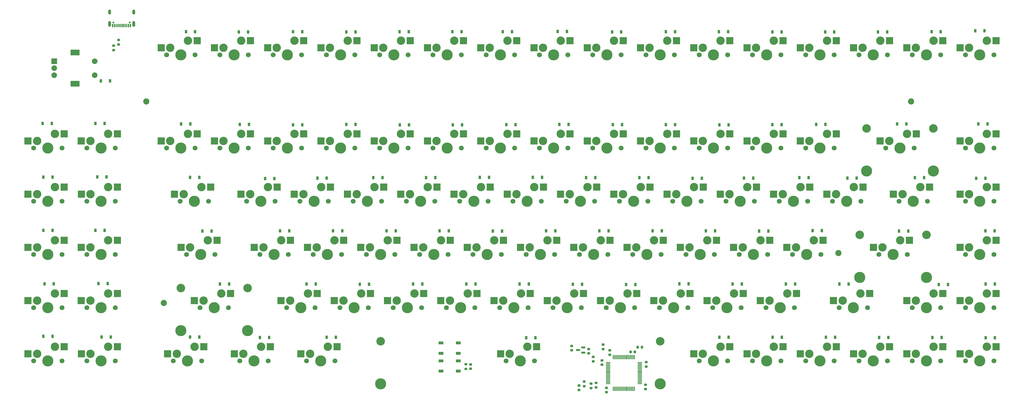
<source format=gbr>
%TF.GenerationSoftware,KiCad,Pcbnew,(6.0.11)*%
%TF.CreationDate,2023-03-01T00:12:33+07:00*%
%TF.ProjectId,Extero75,45787465-726f-4373-952e-6b696361645f,rev?*%
%TF.SameCoordinates,PX23b22f0PYc57ca40*%
%TF.FileFunction,Soldermask,Bot*%
%TF.FilePolarity,Negative*%
%FSLAX46Y46*%
G04 Gerber Fmt 4.6, Leading zero omitted, Abs format (unit mm)*
G04 Created by KiCad (PCBNEW (6.0.11)) date 2023-03-01 00:12:33*
%MOMM*%
%LPD*%
G01*
G04 APERTURE LIST*
G04 Aperture macros list*
%AMRoundRect*
0 Rectangle with rounded corners*
0 $1 Rounding radius*
0 $2 $3 $4 $5 $6 $7 $8 $9 X,Y pos of 4 corners*
0 Add a 4 corners polygon primitive as box body*
4,1,4,$2,$3,$4,$5,$6,$7,$8,$9,$2,$3,0*
0 Add four circle primitives for the rounded corners*
1,1,$1+$1,$2,$3*
1,1,$1+$1,$4,$5*
1,1,$1+$1,$6,$7*
1,1,$1+$1,$8,$9*
0 Add four rect primitives between the rounded corners*
20,1,$1+$1,$2,$3,$4,$5,0*
20,1,$1+$1,$4,$5,$6,$7,0*
20,1,$1+$1,$6,$7,$8,$9,0*
20,1,$1+$1,$8,$9,$2,$3,0*%
G04 Aperture macros list end*
%ADD10C,3.000000*%
%ADD11C,1.750000*%
%ADD12C,3.987800*%
%ADD13R,2.550000X2.500000*%
%ADD14C,3.048000*%
%ADD15C,2.200000*%
%ADD16R,2.000000X2.000000*%
%ADD17C,2.000000*%
%ADD18R,3.200000X2.000000*%
%ADD19R,0.900000X1.200000*%
%ADD20RoundRect,0.225000X-0.250000X0.225000X-0.250000X-0.225000X0.250000X-0.225000X0.250000X0.225000X0*%
%ADD21RoundRect,0.225000X0.250000X-0.225000X0.250000X0.225000X-0.250000X0.225000X-0.250000X-0.225000X0*%
%ADD22RoundRect,0.200000X-0.275000X0.200000X-0.275000X-0.200000X0.275000X-0.200000X0.275000X0.200000X0*%
%ADD23C,0.650000*%
%ADD24R,0.600000X1.150000*%
%ADD25R,0.300000X1.150000*%
%ADD26O,1.000000X1.800000*%
%ADD27O,1.000000X2.100000*%
%ADD28RoundRect,0.225000X0.225000X0.250000X-0.225000X0.250000X-0.225000X-0.250000X0.225000X-0.250000X0*%
%ADD29R,1.800000X1.100000*%
%ADD30RoundRect,0.150000X0.587500X0.150000X-0.587500X0.150000X-0.587500X-0.150000X0.587500X-0.150000X0*%
%ADD31RoundRect,0.075000X-0.075000X0.700000X-0.075000X-0.700000X0.075000X-0.700000X0.075000X0.700000X0*%
%ADD32RoundRect,0.075000X-0.700000X0.075000X-0.700000X-0.075000X0.700000X-0.075000X0.700000X0.075000X0*%
%ADD33RoundRect,0.200000X0.275000X-0.200000X0.275000X0.200000X-0.275000X0.200000X-0.275000X-0.200000X0*%
G04 APERTURE END LIST*
D10*
%TO.C,Num3*%
X115255000Y97775000D03*
D11*
X124145000Y95235000D03*
D10*
X121605000Y100315000D03*
D11*
X113985000Y95235000D03*
D12*
X119065000Y95235000D03*
D13*
X111980000Y97775000D03*
X124907000Y100315000D03*
%TD*%
D11*
%TO.C,FNKEY1*%
X276545000Y19035000D03*
D12*
X271465000Y19035000D03*
D10*
X274005000Y24115000D03*
X267655000Y21575000D03*
D11*
X266385000Y19035000D03*
D13*
X264380000Y21575000D03*
X277307000Y24115000D03*
%TD*%
D12*
%TO.C,F2*%
X100015000Y128572500D03*
D10*
X102555000Y133652500D03*
X96205000Y131112500D03*
D11*
X105095000Y128572500D03*
X94935000Y128572500D03*
D13*
X92930000Y131112500D03*
X105857000Y133652500D03*
%TD*%
D11*
%TO.C,F5*%
X162245000Y128572500D03*
D10*
X153355000Y131112500D03*
X159705000Y133652500D03*
D11*
X152085000Y128572500D03*
D12*
X157165000Y128572500D03*
D13*
X150080000Y131112500D03*
X163007000Y133652500D03*
%TD*%
D10*
%TO.C,G1*%
X173992500Y62215000D03*
X167642500Y59675000D03*
D12*
X171452500Y57135000D03*
D11*
X176532500Y57135000D03*
X166372500Y57135000D03*
D13*
X164367500Y59675000D03*
X177294500Y62215000D03*
%TD*%
D11*
%TO.C,EXTRA6*%
X28260000Y95235000D03*
X38420000Y95235000D03*
D10*
X29530000Y97775000D03*
X35880000Y100315000D03*
D12*
X33340000Y95235000D03*
D13*
X26255000Y97775000D03*
X39182000Y100315000D03*
%TD*%
D10*
%TO.C,L1*%
X243842500Y59675000D03*
D11*
X242572500Y57135000D03*
D12*
X247652500Y57135000D03*
D10*
X250192500Y62215000D03*
D11*
X252732500Y57135000D03*
D13*
X240567500Y59675000D03*
X253494500Y62215000D03*
%TD*%
D12*
%TO.C,Num7*%
X195265000Y95235000D03*
D11*
X190185000Y95235000D03*
D10*
X197805000Y100315000D03*
D11*
X200345000Y95235000D03*
D10*
X191455000Y97775000D03*
D13*
X188180000Y97775000D03*
X201107000Y100315000D03*
%TD*%
D10*
%TO.C,MinusSign1*%
X274005000Y100315000D03*
X267655000Y97775000D03*
D12*
X271465000Y95235000D03*
D11*
X276545000Y95235000D03*
X266385000Y95235000D03*
D13*
X264380000Y97775000D03*
X277307000Y100315000D03*
%TD*%
D11*
%TO.C,EXTRA8*%
X38420000Y57135000D03*
X28260000Y57135000D03*
D10*
X35880000Y62215000D03*
D12*
X33340000Y57135000D03*
D10*
X29530000Y59675000D03*
D13*
X26255000Y59675000D03*
X39182000Y62215000D03*
%TD*%
D11*
%TO.C,K1*%
X223522500Y57135000D03*
X233682500Y57135000D03*
D12*
X228602500Y57135000D03*
D10*
X231142500Y62215000D03*
X224792500Y59675000D03*
D13*
X221517500Y59675000D03*
X234444500Y62215000D03*
%TD*%
D11*
%TO.C,EXTRA9*%
X38420000Y38085000D03*
X28260000Y38085000D03*
D12*
X33340000Y38085000D03*
D10*
X35880000Y43165000D03*
X29530000Y40625000D03*
D13*
X26255000Y40625000D03*
X39182000Y43165000D03*
%TD*%
D11*
%TO.C,I1*%
X218760000Y76185000D03*
D10*
X226380000Y81265000D03*
D12*
X223840000Y76185000D03*
D10*
X220030000Y78725000D03*
D11*
X228920000Y76185000D03*
D13*
X216755000Y78725000D03*
X229682000Y81265000D03*
%TD*%
D11*
%TO.C,WINDOWSKEY1*%
X83010000Y19035000D03*
X93170000Y19035000D03*
D10*
X90630000Y24115000D03*
D12*
X88090000Y19035000D03*
D10*
X84280000Y21575000D03*
D13*
X81005000Y21575000D03*
X93932000Y24115000D03*
%TD*%
D10*
%TO.C,Num8*%
X216855000Y100315000D03*
X210505000Y97775000D03*
D11*
X209235000Y95235000D03*
X219395000Y95235000D03*
D12*
X214315000Y95235000D03*
D13*
X207230000Y97775000D03*
X220157000Y100315000D03*
%TD*%
D11*
%TO.C,E1*%
X123510000Y76185000D03*
D10*
X131130000Y81265000D03*
X124780000Y78725000D03*
D12*
X128590000Y76185000D03*
D11*
X133670000Y76185000D03*
D13*
X121505000Y78725000D03*
X134432000Y81265000D03*
%TD*%
D10*
%TO.C,Num2*%
X102555000Y100315000D03*
X96205000Y97775000D03*
D12*
X100015000Y95235000D03*
D11*
X94935000Y95235000D03*
X105095000Y95235000D03*
D13*
X92930000Y97775000D03*
X105857000Y100315000D03*
%TD*%
D11*
%TO.C,Q1*%
X85410000Y76185000D03*
D12*
X90490000Y76185000D03*
D11*
X95570000Y76185000D03*
D10*
X86680000Y78725000D03*
X93030000Y81265000D03*
D13*
X83405000Y78725000D03*
X96332000Y81265000D03*
%TD*%
D11*
%TO.C,Jkey1*%
X204472500Y57135000D03*
D10*
X212092500Y62215000D03*
D11*
X214632500Y57135000D03*
D10*
X205742500Y59675000D03*
D12*
X209552500Y57135000D03*
D13*
X202467500Y59675000D03*
X215394500Y62215000D03*
%TD*%
D10*
%TO.C,EXTRA5*%
X10480000Y21575000D03*
D11*
X9210000Y19035000D03*
D10*
X16830000Y24115000D03*
D11*
X19370000Y19035000D03*
D12*
X14290000Y19035000D03*
D13*
X7205000Y21575000D03*
X20132000Y24115000D03*
%TD*%
D11*
%TO.C,U2*%
X209870000Y76185000D03*
D10*
X200980000Y78725000D03*
D11*
X199710000Y76185000D03*
D10*
X207330000Y81265000D03*
D12*
X204790000Y76185000D03*
D13*
X197705000Y78725000D03*
X210632000Y81265000D03*
%TD*%
D11*
%TO.C,T1*%
X161610000Y76185000D03*
D10*
X169230000Y81265000D03*
D12*
X166690000Y76185000D03*
D10*
X162880000Y78725000D03*
D11*
X171770000Y76185000D03*
D13*
X159605000Y78725000D03*
X172532000Y81265000D03*
%TD*%
D11*
%TO.C,ESC1*%
X66995000Y128572500D03*
D10*
X58105000Y131112500D03*
D11*
X56835000Y128572500D03*
D10*
X64455000Y133652500D03*
D12*
X61915000Y128572500D03*
D13*
X54830000Y131112500D03*
X67757000Y133652500D03*
%TD*%
D10*
%TO.C,F4*%
X134305000Y131112500D03*
D11*
X133035000Y128572500D03*
X143195000Y128572500D03*
D10*
X140655000Y133652500D03*
D12*
X138115000Y128572500D03*
D13*
X131030000Y131112500D03*
X143957000Y133652500D03*
%TD*%
D12*
%TO.C,EXTRA3*%
X14290000Y57135000D03*
D10*
X16830000Y62215000D03*
D11*
X9210000Y57135000D03*
D10*
X10480000Y59675000D03*
D11*
X19370000Y57135000D03*
D13*
X7205000Y59675000D03*
X20132000Y62215000D03*
%TD*%
D10*
%TO.C,PRTSC1*%
X331155000Y133652500D03*
X324805000Y131112500D03*
D12*
X328615000Y128572500D03*
D11*
X333695000Y128572500D03*
X323535000Y128572500D03*
D13*
X321530000Y131112500D03*
X334457000Y133652500D03*
%TD*%
D10*
%TO.C,F6*%
X172405000Y131112500D03*
D11*
X171135000Y128572500D03*
D10*
X178755000Y133652500D03*
D12*
X176215000Y128572500D03*
D11*
X181295000Y128572500D03*
D13*
X169130000Y131112500D03*
X182057000Y133652500D03*
%TD*%
D12*
%TO.C,Num1*%
X80965000Y95235000D03*
D10*
X77155000Y97775000D03*
D11*
X75885000Y95235000D03*
D10*
X83505000Y100315000D03*
D11*
X86045000Y95235000D03*
D13*
X73880000Y97775000D03*
X86807000Y100315000D03*
%TD*%
D11*
%TO.C,F8*%
X209235000Y128572500D03*
D10*
X216855000Y133652500D03*
D11*
X219395000Y128572500D03*
D12*
X214315000Y128572500D03*
D10*
X210505000Y131112500D03*
D13*
X207230000Y131112500D03*
X220157000Y133652500D03*
%TD*%
D10*
%TO.C,RIGHTALT1*%
X248605000Y21575000D03*
D11*
X247335000Y19035000D03*
X257495000Y19035000D03*
D12*
X252415000Y19035000D03*
D10*
X254955000Y24115000D03*
D13*
X245330000Y21575000D03*
X258257000Y24115000D03*
%TD*%
D10*
%TO.C,EqualSign1*%
X293055000Y100315000D03*
X286705000Y97775000D03*
D11*
X295595000Y95235000D03*
X285435000Y95235000D03*
D12*
X290515000Y95235000D03*
D13*
X283430000Y97775000D03*
X296357000Y100315000D03*
%TD*%
D11*
%TO.C,M1*%
X213997500Y38085000D03*
D10*
X215267500Y40625000D03*
D11*
X224157500Y38085000D03*
D10*
X221617500Y43165000D03*
D12*
X219077500Y38085000D03*
D13*
X211992500Y40625000D03*
X224919500Y43165000D03*
%TD*%
D10*
%TO.C,Dkey1*%
X135892500Y62215000D03*
D12*
X133352500Y57135000D03*
D10*
X129542500Y59675000D03*
D11*
X128272500Y57135000D03*
X138432500Y57135000D03*
D13*
X126267500Y59675000D03*
X139194500Y62215000D03*
%TD*%
D11*
%TO.C,F7*%
X200345000Y128572500D03*
X190185000Y128572500D03*
D10*
X191455000Y131112500D03*
X197805000Y133652500D03*
D12*
X195265000Y128572500D03*
D13*
X188180000Y131112500D03*
X201107000Y133652500D03*
%TD*%
D11*
%TO.C,A1*%
X90172500Y57135000D03*
D10*
X91442500Y59675000D03*
D11*
X100332500Y57135000D03*
D12*
X95252500Y57135000D03*
D10*
X97792500Y62215000D03*
D13*
X88167500Y59675000D03*
X101094500Y62215000D03*
%TD*%
D10*
%TO.C,O1*%
X245430000Y81265000D03*
X239080000Y78725000D03*
D11*
X237810000Y76185000D03*
D12*
X242890000Y76185000D03*
D11*
X247970000Y76185000D03*
D13*
X235805000Y78725000D03*
X248732000Y81265000D03*
%TD*%
D10*
%TO.C,LEFTCTRL1*%
X66817500Y24115000D03*
D11*
X59197500Y19035000D03*
D10*
X60467500Y21575000D03*
D11*
X69357500Y19035000D03*
D12*
X64277500Y19035000D03*
D13*
X57192500Y21575000D03*
X70119500Y24115000D03*
%TD*%
D12*
%TO.C,SPACEBAR1*%
X183340000Y19035000D03*
X233339900Y10780000D03*
D10*
X179530000Y21575000D03*
D11*
X188420000Y19035000D03*
X178260000Y19035000D03*
D14*
X233339900Y26020000D03*
X133340100Y26020000D03*
D10*
X185880000Y24115000D03*
D12*
X133340100Y10780000D03*
D13*
X176255000Y21575000D03*
X189182000Y24115000D03*
%TD*%
D15*
%TO.C,H3*%
X55830000Y39720000D03*
%TD*%
D12*
%TO.C,P1*%
X261940000Y76185000D03*
D11*
X267020000Y76185000D03*
X256860000Y76185000D03*
D10*
X258130000Y78725000D03*
X264480000Y81265000D03*
D13*
X254855000Y78725000D03*
X267782000Y81265000D03*
%TD*%
D10*
%TO.C,Quote1*%
X281942500Y59675000D03*
D11*
X290832500Y57135000D03*
D10*
X288292500Y62215000D03*
D12*
X285752500Y57135000D03*
D11*
X280672500Y57135000D03*
D13*
X278667500Y59675000D03*
X291594500Y62215000D03*
%TD*%
D10*
%TO.C,Fkey1*%
X154942500Y62215000D03*
D11*
X147322500Y57135000D03*
X157482500Y57135000D03*
D12*
X152402500Y57135000D03*
D10*
X148592500Y59675000D03*
D13*
X145317500Y59675000D03*
X158244500Y62215000D03*
%TD*%
D10*
%TO.C,RIGHTCONTROL1*%
X286705000Y21575000D03*
D11*
X285435000Y19035000D03*
D10*
X293055000Y24115000D03*
D12*
X290515000Y19035000D03*
D11*
X295595000Y19035000D03*
D13*
X283430000Y21575000D03*
X296357000Y24115000D03*
%TD*%
D12*
%TO.C,F10*%
X252415000Y128572500D03*
D10*
X248605000Y131112500D03*
D11*
X257495000Y128572500D03*
D10*
X254955000Y133652500D03*
D11*
X247335000Y128572500D03*
D13*
X245330000Y131112500D03*
X258257000Y133652500D03*
%TD*%
D11*
%TO.C,Ckey1*%
X137797500Y38085000D03*
D12*
X142877500Y38085000D03*
D10*
X139067500Y40625000D03*
X145417500Y43165000D03*
D11*
X147957500Y38085000D03*
D13*
X135792500Y40625000D03*
X148719500Y43165000D03*
%TD*%
D10*
%TO.C,Ins1*%
X312105000Y133652500D03*
X305755000Y131112500D03*
D12*
X309565000Y128572500D03*
D11*
X304485000Y128572500D03*
X314645000Y128572500D03*
D13*
X302480000Y131112500D03*
X315407000Y133652500D03*
%TD*%
D10*
%TO.C,N1*%
X202567500Y43165000D03*
D12*
X200027500Y38085000D03*
D10*
X196217500Y40625000D03*
D11*
X194947500Y38085000D03*
X205107500Y38085000D03*
D13*
X192942500Y40625000D03*
X205869500Y43165000D03*
%TD*%
D11*
%TO.C,EXTRA2*%
X9210000Y76185000D03*
D12*
X14290000Y76185000D03*
D11*
X19370000Y76185000D03*
D10*
X16830000Y81265000D03*
X10480000Y78725000D03*
D13*
X7205000Y78725000D03*
X20132000Y81265000D03*
%TD*%
D10*
%TO.C,EXTRA4*%
X16830000Y43165000D03*
D12*
X14290000Y38085000D03*
D10*
X10480000Y40625000D03*
D11*
X9210000Y38085000D03*
X19370000Y38085000D03*
D13*
X7205000Y40625000D03*
X20132000Y43165000D03*
%TD*%
D12*
%TO.C,LEFTALT1*%
X111902500Y19035000D03*
D10*
X114442500Y24115000D03*
D11*
X106822500Y19035000D03*
D10*
X108092500Y21575000D03*
D11*
X116982500Y19035000D03*
D13*
X104817500Y21575000D03*
X117744500Y24115000D03*
%TD*%
D10*
%TO.C,LEFTARROW1*%
X312105000Y24115000D03*
D11*
X314645000Y19035000D03*
D12*
X309565000Y19035000D03*
D11*
X304485000Y19035000D03*
D10*
X305755000Y21575000D03*
D13*
X302480000Y21575000D03*
X315407000Y24115000D03*
%TD*%
D11*
%TO.C,CloseBracket1*%
X294960000Y76185000D03*
D10*
X296230000Y78725000D03*
D12*
X300040000Y76185000D03*
D10*
X302580000Y81265000D03*
D11*
X305120000Y76185000D03*
D13*
X292955000Y78725000D03*
X305882000Y81265000D03*
%TD*%
D10*
%TO.C,Num9*%
X235905000Y100315000D03*
D11*
X228285000Y95235000D03*
D10*
X229555000Y97775000D03*
D12*
X233365000Y95235000D03*
D11*
X238445000Y95235000D03*
D13*
X226280000Y97775000D03*
X239207000Y100315000D03*
%TD*%
D12*
%TO.C,F9*%
X233365000Y128572500D03*
D11*
X228285000Y128572500D03*
D10*
X235905000Y133652500D03*
X229555000Y131112500D03*
D11*
X238445000Y128572500D03*
D13*
X226280000Y131112500D03*
X239207000Y133652500D03*
%TD*%
D10*
%TO.C,X1*%
X126367500Y43165000D03*
D11*
X128907500Y38085000D03*
X118747500Y38085000D03*
D10*
X120017500Y40625000D03*
D12*
X123827500Y38085000D03*
D13*
X116742500Y40625000D03*
X129669500Y43165000D03*
%TD*%
D10*
%TO.C,Num6*%
X172405000Y97775000D03*
D12*
X176215000Y95235000D03*
D10*
X178755000Y100315000D03*
D11*
X171135000Y95235000D03*
X181295000Y95235000D03*
D13*
X169130000Y97775000D03*
X182057000Y100315000D03*
%TD*%
D11*
%TO.C,Num5*%
X152085000Y95235000D03*
D12*
X157165000Y95235000D03*
D11*
X162245000Y95235000D03*
D10*
X159705000Y100315000D03*
X153355000Y97775000D03*
D13*
X150080000Y97775000D03*
X163007000Y100315000D03*
%TD*%
D10*
%TO.C,Slash1*%
X326392500Y81265000D03*
D12*
X323852500Y76185000D03*
D11*
X318772500Y76185000D03*
D10*
X320042500Y78725000D03*
D11*
X328932500Y76185000D03*
D13*
X316767500Y78725000D03*
X329694500Y81265000D03*
%TD*%
D10*
%TO.C,Num0*%
X248605000Y97775000D03*
D11*
X257495000Y95235000D03*
D12*
X252415000Y95235000D03*
D11*
X247335000Y95235000D03*
D10*
X254955000Y100315000D03*
D13*
X245330000Y97775000D03*
X258257000Y100315000D03*
%TD*%
D15*
%TO.C,H2*%
X49540000Y111900000D03*
%TD*%
D12*
%TO.C,B1*%
X180977500Y38085000D03*
D10*
X177167500Y40625000D03*
D11*
X175897500Y38085000D03*
D10*
X183517500Y43165000D03*
D11*
X186057500Y38085000D03*
D13*
X173892500Y40625000D03*
X186819500Y43165000D03*
%TD*%
D10*
%TO.C,Z1*%
X100967500Y40625000D03*
D11*
X109857500Y38085000D03*
X99697500Y38085000D03*
D12*
X104777500Y38085000D03*
D10*
X107317500Y43165000D03*
D13*
X97692500Y40625000D03*
X110619500Y43165000D03*
%TD*%
D10*
%TO.C,DOWNARROW1*%
X324805000Y21575000D03*
X331155000Y24115000D03*
D11*
X323535000Y19035000D03*
D12*
X328615000Y19035000D03*
D11*
X333695000Y19035000D03*
D13*
X321530000Y21575000D03*
X334457000Y24115000D03*
%TD*%
D11*
%TO.C,PgUp1*%
X342585000Y57135000D03*
D10*
X343855000Y59675000D03*
D12*
X347665000Y57135000D03*
D11*
X352745000Y57135000D03*
D10*
X350205000Y62215000D03*
D13*
X340580000Y59675000D03*
X353507000Y62215000D03*
%TD*%
D11*
%TO.C,Backspace1*%
X314010000Y95235000D03*
D14*
X331028000Y102220000D03*
D10*
X315280000Y97775000D03*
D12*
X319090000Y95235000D03*
D10*
X321630000Y100315000D03*
D11*
X324170000Y95235000D03*
D12*
X331028000Y86980000D03*
X307152000Y86980000D03*
D14*
X307152000Y102220000D03*
D13*
X312005000Y97775000D03*
X324932000Y100315000D03*
%TD*%
D10*
%TO.C,QuestionMark1*%
X272417500Y40625000D03*
D12*
X276227500Y38085000D03*
D10*
X278767500Y43165000D03*
D11*
X271147500Y38085000D03*
X281307500Y38085000D03*
D13*
X269142500Y40625000D03*
X282069500Y43165000D03*
%TD*%
D11*
%TO.C,RIGHTARROW1*%
X342585000Y19035000D03*
X352745000Y19035000D03*
D10*
X343855000Y21575000D03*
X350205000Y24115000D03*
D12*
X347665000Y19035000D03*
D13*
X340580000Y21575000D03*
X353507000Y24115000D03*
%TD*%
D16*
%TO.C,SW3*%
X16565000Y126310000D03*
D17*
X16565000Y121310000D03*
X16565000Y123810000D03*
D18*
X24065000Y129410000D03*
X24065000Y118210000D03*
D17*
X31065000Y121310000D03*
X31065000Y126310000D03*
%TD*%
D12*
%TO.C,Tab1*%
X66677500Y76185000D03*
D10*
X69217500Y81265000D03*
X62867500Y78725000D03*
D11*
X71757500Y76185000D03*
X61597500Y76185000D03*
D13*
X59592500Y78725000D03*
X72519500Y81265000D03*
%TD*%
D12*
%TO.C,Semicolon1*%
X266702500Y57135000D03*
D11*
X261622500Y57135000D03*
D10*
X262892500Y59675000D03*
X269242500Y62215000D03*
D11*
X271782500Y57135000D03*
D13*
X259617500Y59675000D03*
X272544500Y62215000D03*
%TD*%
D11*
%TO.C,V1*%
X167007500Y38085000D03*
D10*
X158117500Y40625000D03*
D12*
X161927500Y38085000D03*
D10*
X164467500Y43165000D03*
D11*
X156847500Y38085000D03*
D13*
X154842500Y40625000D03*
X167769500Y43165000D03*
%TD*%
D12*
%TO.C,End1*%
X347665000Y76185000D03*
D11*
X342585000Y76185000D03*
D10*
X343855000Y78725000D03*
D11*
X352745000Y76185000D03*
D10*
X350205000Y81265000D03*
D13*
X340580000Y78725000D03*
X353507000Y81265000D03*
%TD*%
D11*
%TO.C,Matilda1*%
X66995000Y95235000D03*
D10*
X64455000Y100315000D03*
D11*
X56835000Y95235000D03*
D10*
X58105000Y97775000D03*
D12*
X61915000Y95235000D03*
D13*
X54830000Y97775000D03*
X67757000Y100315000D03*
%TD*%
D12*
%TO.C,PgDn1*%
X347665000Y38085000D03*
D10*
X350205000Y43165000D03*
D11*
X352745000Y38085000D03*
X342585000Y38085000D03*
D10*
X343855000Y40625000D03*
D13*
X340580000Y40625000D03*
X353507000Y43165000D03*
%TD*%
D10*
%TO.C,ENTER1*%
X319230000Y62215000D03*
X312880000Y59675000D03*
D11*
X311610000Y57135000D03*
X321770000Y57135000D03*
D12*
X328628000Y48880000D03*
D14*
X304752000Y64120000D03*
D12*
X304752000Y48880000D03*
D14*
X328628000Y64120000D03*
D12*
X316690000Y57135000D03*
D13*
X309605000Y59675000D03*
X322532000Y62215000D03*
%TD*%
D11*
%TO.C,F12*%
X295595000Y128572500D03*
D12*
X290515000Y128572500D03*
D10*
X286705000Y131112500D03*
D11*
X285435000Y128572500D03*
D10*
X293055000Y133652500D03*
D13*
X283430000Y131112500D03*
X296357000Y133652500D03*
%TD*%
D11*
%TO.C,OpenBracket1*%
X275910000Y76185000D03*
X286070000Y76185000D03*
D10*
X277180000Y78725000D03*
X283530000Y81265000D03*
D12*
X280990000Y76185000D03*
D13*
X273905000Y78725000D03*
X286832000Y81265000D03*
%TD*%
D10*
%TO.C,EXTRA7*%
X35929994Y81265000D03*
X29579994Y78725000D03*
D12*
X33389994Y76185000D03*
D11*
X38469994Y76185000D03*
X28309994Y76185000D03*
D13*
X26304994Y78725000D03*
X39231994Y81265000D03*
%TD*%
D14*
%TO.C,LEFTSHIFT1*%
X85740500Y45070000D03*
D10*
X76342500Y43165000D03*
D11*
X68722500Y38085000D03*
D12*
X73802500Y38085000D03*
D10*
X69992500Y40625000D03*
D11*
X78882500Y38085000D03*
D12*
X85740500Y29830000D03*
D14*
X61864500Y45070000D03*
D12*
X61864500Y29830000D03*
D13*
X66717500Y40625000D03*
X79644500Y43165000D03*
%TD*%
D10*
%TO.C,R1*%
X150180000Y81265000D03*
D11*
X152720000Y76185000D03*
D10*
X143830000Y78725000D03*
D12*
X147640000Y76185000D03*
D11*
X142560000Y76185000D03*
D13*
X140555000Y78725000D03*
X153482000Y81265000D03*
%TD*%
D12*
%TO.C,Hkey1*%
X190502500Y57135000D03*
D10*
X186692500Y59675000D03*
D11*
X185422500Y57135000D03*
D10*
X193042500Y62215000D03*
D11*
X195582500Y57135000D03*
D13*
X183417500Y59675000D03*
X196344500Y62215000D03*
%TD*%
D10*
%TO.C,CAPSLOCK1*%
X65230000Y59675000D03*
X71580000Y62215000D03*
D11*
X63960000Y57135000D03*
X74120000Y57135000D03*
D12*
X69040000Y57135000D03*
D13*
X61955000Y59675000D03*
X74882000Y62215000D03*
%TD*%
D11*
%TO.C,S1*%
X109222500Y57135000D03*
D10*
X110492500Y59675000D03*
X116842500Y62215000D03*
D12*
X114302500Y57135000D03*
D11*
X119382500Y57135000D03*
D13*
X107217500Y59675000D03*
X120144500Y62215000D03*
%TD*%
D11*
%TO.C,Y1*%
X190820000Y76185000D03*
D12*
X185740000Y76185000D03*
D10*
X181930000Y78725000D03*
X188280000Y81265000D03*
D11*
X180660000Y76185000D03*
D13*
X178655000Y78725000D03*
X191582000Y81265000D03*
%TD*%
D11*
%TO.C,F3*%
X113985000Y128572500D03*
D10*
X115255000Y131112500D03*
D12*
X119065000Y128572500D03*
D10*
X121605000Y133652500D03*
D11*
X124145000Y128572500D03*
D13*
X111980000Y131112500D03*
X124907000Y133652500D03*
%TD*%
D11*
%TO.C,CommaSign1*%
X243207500Y38085000D03*
D10*
X234317500Y40625000D03*
D11*
X233047500Y38085000D03*
D10*
X240667500Y43165000D03*
D12*
X238127500Y38085000D03*
D13*
X231042500Y40625000D03*
X243969500Y43165000D03*
%TD*%
D11*
%TO.C,W1*%
X104460000Y76185000D03*
D10*
X112080000Y81265000D03*
D12*
X109540000Y76185000D03*
D10*
X105730000Y78725000D03*
D11*
X114620000Y76185000D03*
D13*
X102455000Y78725000D03*
X115382000Y81265000D03*
%TD*%
D10*
%TO.C,DELETE1*%
X343855000Y131112500D03*
D11*
X352745000Y128572500D03*
X342585000Y128572500D03*
D10*
X350205000Y133652500D03*
D12*
X347665000Y128572500D03*
D13*
X340580000Y131112500D03*
X353507000Y133652500D03*
%TD*%
D10*
%TO.C,Num4*%
X140655000Y100315000D03*
D11*
X133035000Y95235000D03*
D10*
X134305000Y97775000D03*
D12*
X138115000Y95235000D03*
D11*
X143195000Y95235000D03*
D13*
X131030000Y97775000D03*
X143957000Y100315000D03*
%TD*%
D10*
%TO.C,UPARROW1*%
X331155000Y43165000D03*
D11*
X323535000Y38085000D03*
X333695000Y38085000D03*
D10*
X324805000Y40625000D03*
D12*
X328615000Y38085000D03*
D13*
X321530000Y40625000D03*
X334457000Y43165000D03*
%TD*%
D10*
%TO.C,EXTRA10*%
X35929994Y24115000D03*
X29579994Y21575000D03*
D12*
X33389994Y19035000D03*
D11*
X38469994Y19035000D03*
X28309994Y19035000D03*
D13*
X26304994Y21575000D03*
X39231994Y24115000D03*
%TD*%
D10*
%TO.C,DotSign1*%
X259717500Y43165000D03*
D11*
X252097500Y38085000D03*
X262257500Y38085000D03*
D10*
X253367500Y40625000D03*
D12*
X257177500Y38085000D03*
D13*
X250092500Y40625000D03*
X263019500Y43165000D03*
%TD*%
D12*
%TO.C,RIGHTSHIFT1*%
X302402500Y38085000D03*
D10*
X304942500Y43165000D03*
D11*
X307482500Y38085000D03*
X297322500Y38085000D03*
D10*
X298592500Y40625000D03*
D13*
X295317500Y40625000D03*
X308244500Y43165000D03*
%TD*%
D15*
%TO.C,H4*%
X297080000Y57620000D03*
%TD*%
%TO.C,H1*%
X323120000Y111900000D03*
%TD*%
D12*
%TO.C,F1*%
X80965000Y128572500D03*
D11*
X86045000Y128572500D03*
X75885000Y128572500D03*
D10*
X77155000Y131112500D03*
X83505000Y133652500D03*
D13*
X73880000Y131112500D03*
X86807000Y133652500D03*
%TD*%
D12*
%TO.C,F11*%
X271465000Y128572500D03*
D11*
X266385000Y128572500D03*
D10*
X267655000Y131112500D03*
D11*
X276545000Y128572500D03*
D10*
X274005000Y133652500D03*
D13*
X264380000Y131112500D03*
X277307000Y133652500D03*
%TD*%
D10*
%TO.C,Home1*%
X343855000Y97775000D03*
X350205000Y100315000D03*
D12*
X347665000Y95235000D03*
D11*
X342585000Y95235000D03*
X352745000Y95235000D03*
D13*
X340580000Y97775000D03*
X353507000Y100315000D03*
%TD*%
D10*
%TO.C,EXTRA1*%
X16830000Y100315000D03*
D11*
X9210000Y95235000D03*
D10*
X10480000Y97775000D03*
D12*
X14290000Y95235000D03*
D11*
X19370000Y95235000D03*
D13*
X7205000Y97775000D03*
X20132000Y100315000D03*
%TD*%
D19*
%TO.C,D7*%
X31315000Y103985000D03*
X34615000Y103985000D03*
%TD*%
%TO.C,D93*%
X349765000Y46535000D03*
X353065000Y46535000D03*
%TD*%
%TO.C,D61*%
X235415000Y103585000D03*
X238715000Y103585000D03*
%TD*%
%TO.C,D5*%
X12715000Y27785000D03*
X16015000Y27785000D03*
%TD*%
D20*
%TO.C,C13*%
X209390000Y20415000D03*
X209390000Y18865000D03*
%TD*%
D19*
%TO.C,D55*%
X216115000Y136785000D03*
X219415000Y136785000D03*
%TD*%
D20*
%TO.C,C14*%
X215290000Y22795000D03*
X215290000Y21245000D03*
%TD*%
D21*
%TO.C,C4*%
X228310000Y17005000D03*
X228310000Y18555000D03*
%TD*%
D19*
%TO.C,D56*%
X216415000Y103585000D03*
X219715000Y103585000D03*
%TD*%
%TO.C,D36*%
X144965000Y46485000D03*
X148265000Y46485000D03*
%TD*%
D20*
%TO.C,C11*%
X208590000Y10855000D03*
X208590000Y9305000D03*
%TD*%
D19*
%TO.C,D9*%
X31315000Y65785000D03*
X34615000Y65785000D03*
%TD*%
%TO.C,D64*%
X249715000Y65535000D03*
X253015000Y65535000D03*
%TD*%
%TO.C,D15*%
X65215000Y84685000D03*
X68515000Y84685000D03*
%TD*%
%TO.C,D30*%
X121115000Y103685000D03*
X124415000Y103685000D03*
%TD*%
D22*
%TO.C,R5*%
X39665000Y133910000D03*
X39665000Y132260000D03*
%TD*%
D19*
%TO.C,D39*%
X159015000Y136885000D03*
X162315000Y136885000D03*
%TD*%
D21*
%TO.C,C1*%
X165500000Y16215000D03*
X165500000Y17765000D03*
%TD*%
D19*
%TO.C,D12*%
X63715000Y136885000D03*
X67015000Y136885000D03*
%TD*%
%TO.C,D10*%
X32415000Y46685000D03*
X35715000Y46685000D03*
%TD*%
%TO.C,D33*%
X135465000Y65535000D03*
X138765000Y65535000D03*
%TD*%
D23*
%TO.C,J1*%
X37800000Y140175000D03*
X43580000Y140175000D03*
D24*
X37490000Y139100000D03*
X38290000Y139100000D03*
D25*
X39440000Y139100000D03*
X40440000Y139100000D03*
X40940000Y139100000D03*
X41940000Y139100000D03*
D24*
X43090000Y139100000D03*
X43890000Y139100000D03*
X43890000Y139100000D03*
X43090000Y139100000D03*
D25*
X42440000Y139100000D03*
X41440000Y139100000D03*
X39940000Y139100000D03*
X38940000Y139100000D03*
D24*
X38290000Y139100000D03*
X37490000Y139100000D03*
D26*
X45010000Y143855000D03*
D27*
X45010000Y139675000D03*
X36370000Y139675000D03*
D26*
X36370000Y143855000D03*
%TD*%
D19*
%TO.C,D35*%
X140215000Y103485000D03*
X143515000Y103485000D03*
%TD*%
%TO.C,D41*%
X164015000Y46485000D03*
X167315000Y46485000D03*
%TD*%
D20*
%TO.C,C2*%
X212900000Y24825000D03*
X212900000Y23275000D03*
%TD*%
D19*
%TO.C,D34*%
X140115000Y136885000D03*
X143415000Y136885000D03*
%TD*%
%TO.C,D79*%
X292615000Y27435000D03*
X295915000Y27435000D03*
%TD*%
D21*
%TO.C,C9*%
X228100000Y8925000D03*
X228100000Y10475000D03*
%TD*%
D22*
%TO.C,R6*%
X206140000Y11615000D03*
X206140000Y9965000D03*
%TD*%
D19*
%TO.C,D90*%
X347115000Y103885000D03*
X350415000Y103885000D03*
%TD*%
%TO.C,D48*%
X187815000Y84685000D03*
X191115000Y84685000D03*
%TD*%
%TO.C,D63*%
X244915000Y84385000D03*
X248215000Y84385000D03*
%TD*%
%TO.C,D25*%
X106815000Y46485000D03*
X110115000Y46485000D03*
%TD*%
%TO.C,D53*%
X206815000Y84585000D03*
X210115000Y84585000D03*
%TD*%
%TO.C,D14*%
X65215000Y27585000D03*
X68515000Y27585000D03*
%TD*%
%TO.C,D50*%
X196715000Y136985000D03*
X200015000Y136985000D03*
%TD*%
%TO.C,D47*%
X185415000Y27335000D03*
X188715000Y27335000D03*
%TD*%
%TO.C,D6*%
X36615000Y119285000D03*
X33315000Y119285000D03*
%TD*%
%TO.C,D45*%
X178315000Y103585000D03*
X181615000Y103585000D03*
%TD*%
%TO.C,D28*%
X116365000Y65585000D03*
X119665000Y65585000D03*
%TD*%
D21*
%TO.C,C5*%
X201650000Y22835000D03*
X201650000Y24385000D03*
%TD*%
D19*
%TO.C,D26*%
X110715000Y84485000D03*
X114015000Y84485000D03*
%TD*%
%TO.C,D42*%
X168815000Y84685000D03*
X172115000Y84685000D03*
%TD*%
%TO.C,D62*%
X240215000Y46585000D03*
X243515000Y46585000D03*
%TD*%
%TO.C,D94*%
X346015000Y137185000D03*
X349315000Y137185000D03*
%TD*%
%TO.C,D83*%
X311665000Y27385000D03*
X314965000Y27385000D03*
%TD*%
%TO.C,D92*%
X349715000Y65585000D03*
X353015000Y65585000D03*
%TD*%
%TO.C,D11*%
X33515000Y27585000D03*
X36815000Y27585000D03*
%TD*%
%TO.C,D22*%
X97365000Y65535000D03*
X100665000Y65535000D03*
%TD*%
D20*
%TO.C,C10*%
X204300000Y10185000D03*
X204300000Y8635000D03*
%TD*%
D19*
%TO.C,D19*%
X83015000Y103685000D03*
X86315000Y103685000D03*
%TD*%
%TO.C,D54*%
X211615000Y65535000D03*
X214915000Y65535000D03*
%TD*%
%TO.C,D91*%
X346415000Y84385000D03*
X349715000Y84385000D03*
%TD*%
%TO.C,D71*%
X273515000Y136785000D03*
X276815000Y136785000D03*
%TD*%
%TO.C,D76*%
X287865000Y65635000D03*
X291165000Y65635000D03*
%TD*%
%TO.C,D72*%
X273515000Y103585000D03*
X276815000Y103585000D03*
%TD*%
%TO.C,D73*%
X273565000Y27435000D03*
X276865000Y27435000D03*
%TD*%
D20*
%TO.C,C6*%
X212530000Y19205000D03*
X212530000Y17655000D03*
%TD*%
D19*
%TO.C,D13*%
X62015000Y103885000D03*
X65315000Y103885000D03*
%TD*%
%TO.C,D16*%
X69615000Y65485000D03*
X72915000Y65485000D03*
%TD*%
%TO.C,D31*%
X125915000Y46435000D03*
X129215000Y46435000D03*
%TD*%
%TO.C,D21*%
X92015000Y84285000D03*
X95315000Y84285000D03*
%TD*%
%TO.C,D95*%
X349765000Y27285000D03*
X353065000Y27285000D03*
%TD*%
D28*
%TO.C,C7*%
X224270000Y22270000D03*
X222720000Y22270000D03*
%TD*%
D19*
%TO.C,D82*%
X311215000Y136785000D03*
X314515000Y136785000D03*
%TD*%
%TO.C,D88*%
X330715000Y27385000D03*
X334015000Y27385000D03*
%TD*%
%TO.C,D66*%
X254515000Y103485000D03*
X257815000Y103485000D03*
%TD*%
%TO.C,D23*%
X102015000Y136885000D03*
X105315000Y136885000D03*
%TD*%
%TO.C,D75*%
X283115000Y84585000D03*
X286415000Y84585000D03*
%TD*%
%TO.C,D77*%
X292315000Y136785000D03*
X295615000Y136785000D03*
%TD*%
D29*
%TO.C,SW2*%
X161165000Y25435000D03*
X154965000Y25435000D03*
X154965000Y21735000D03*
X161165000Y21735000D03*
%TD*%
D19*
%TO.C,D43*%
X173515000Y65485000D03*
X176815000Y65485000D03*
%TD*%
D29*
%TO.C,SW1*%
X161165000Y19035000D03*
X154965000Y19035000D03*
X154965000Y15335000D03*
X161165000Y15335000D03*
%TD*%
D30*
%TO.C,U3*%
X205802500Y23835000D03*
X205802500Y21935000D03*
X203927500Y22885000D03*
%TD*%
D22*
%TO.C,R4*%
X37880000Y131880000D03*
X37880000Y130230000D03*
%TD*%
D19*
%TO.C,D89*%
X330415000Y136885000D03*
X333715000Y136885000D03*
%TD*%
%TO.C,D29*%
X121115000Y136785000D03*
X124415000Y136785000D03*
%TD*%
%TO.C,D2*%
X12715000Y84785000D03*
X16015000Y84785000D03*
%TD*%
%TO.C,D17*%
X75865000Y46485000D03*
X79165000Y46485000D03*
%TD*%
%TO.C,D37*%
X149615000Y84585000D03*
X152915000Y84585000D03*
%TD*%
D28*
%TO.C,C12*%
X226825000Y23950000D03*
X225275000Y23950000D03*
%TD*%
D19*
%TO.C,D84*%
X318115000Y103885000D03*
X321415000Y103885000D03*
%TD*%
%TO.C,D80*%
X300340000Y84500000D03*
X303640000Y84500000D03*
%TD*%
%TO.C,D20*%
X90165000Y27385000D03*
X93465000Y27385000D03*
%TD*%
%TO.C,D32*%
X130715000Y84585000D03*
X134015000Y84585000D03*
%TD*%
%TO.C,D69*%
X263315000Y84485000D03*
X266615000Y84485000D03*
%TD*%
D22*
%TO.C,R7*%
X210405000Y11170000D03*
X210405000Y9520000D03*
%TD*%
D19*
%TO.C,D18*%
X82615000Y136785000D03*
X85915000Y136785000D03*
%TD*%
%TO.C,D74*%
X278315000Y46485000D03*
X281615000Y46485000D03*
%TD*%
%TO.C,D57*%
X221165000Y46385000D03*
X224465000Y46385000D03*
%TD*%
%TO.C,D70*%
X268765000Y65485000D03*
X272065000Y65485000D03*
%TD*%
%TO.C,D85*%
X318765000Y65485000D03*
X322065000Y65485000D03*
%TD*%
%TO.C,D1*%
X12415000Y103985000D03*
X15715000Y103985000D03*
%TD*%
%TO.C,D78*%
X289115000Y103685000D03*
X292415000Y103685000D03*
%TD*%
%TO.C,D60*%
X235415000Y136885000D03*
X238715000Y136885000D03*
%TD*%
%TO.C,D3*%
X12715000Y65760000D03*
X16015000Y65760000D03*
%TD*%
%TO.C,D49*%
X192565000Y65535000D03*
X195865000Y65535000D03*
%TD*%
D31*
%TO.C,U1*%
X216615000Y20335000D03*
X217115000Y20335000D03*
X217615000Y20335000D03*
X218115000Y20335000D03*
X218615000Y20335000D03*
X219115000Y20335000D03*
X219615000Y20335000D03*
X220115000Y20335000D03*
X220615000Y20335000D03*
X221115000Y20335000D03*
X221615000Y20335000D03*
X222115000Y20335000D03*
X222615000Y20335000D03*
X223115000Y20335000D03*
X223615000Y20335000D03*
X224115000Y20335000D03*
D32*
X226040000Y18410000D03*
X226040000Y17910000D03*
X226040000Y17410000D03*
X226040000Y16910000D03*
X226040000Y16410000D03*
X226040000Y15910000D03*
X226040000Y15410000D03*
X226040000Y14910000D03*
X226040000Y14410000D03*
X226040000Y13910000D03*
X226040000Y13410000D03*
X226040000Y12910000D03*
X226040000Y12410000D03*
X226040000Y11910000D03*
X226040000Y11410000D03*
X226040000Y10910000D03*
D31*
X224115000Y8985000D03*
X223615000Y8985000D03*
X223115000Y8985000D03*
X222615000Y8985000D03*
X222115000Y8985000D03*
X221615000Y8985000D03*
X221115000Y8985000D03*
X220615000Y8985000D03*
X220115000Y8985000D03*
X219615000Y8985000D03*
X219115000Y8985000D03*
X218615000Y8985000D03*
X218115000Y8985000D03*
X217615000Y8985000D03*
X217115000Y8985000D03*
X216615000Y8985000D03*
D32*
X214690000Y10910000D03*
X214690000Y11410000D03*
X214690000Y11910000D03*
X214690000Y12410000D03*
X214690000Y12910000D03*
X214690000Y13410000D03*
X214690000Y13910000D03*
X214690000Y14410000D03*
X214690000Y14910000D03*
X214690000Y15410000D03*
X214690000Y15910000D03*
X214690000Y16410000D03*
X214690000Y16910000D03*
X214690000Y17410000D03*
X214690000Y17910000D03*
X214690000Y18410000D03*
%TD*%
D21*
%TO.C,C8*%
X207790000Y21735000D03*
X207790000Y23285000D03*
%TD*%
D19*
%TO.C,D44*%
X177015000Y136885000D03*
X180315000Y136885000D03*
%TD*%
D33*
%TO.C,R3*%
X163865000Y16160000D03*
X163865000Y17810000D03*
%TD*%
D19*
%TO.C,D51*%
X197315000Y103685000D03*
X200615000Y103685000D03*
%TD*%
%TO.C,D58*%
X225915000Y84585000D03*
X229215000Y84585000D03*
%TD*%
%TO.C,D38*%
X154465000Y65585000D03*
X157765000Y65585000D03*
%TD*%
%TO.C,D65*%
X254315000Y136885000D03*
X257615000Y136885000D03*
%TD*%
D20*
%TO.C,C3*%
X214090000Y9375000D03*
X214090000Y7825000D03*
%TD*%
D19*
%TO.C,D67*%
X254515000Y27435000D03*
X257815000Y27435000D03*
%TD*%
%TO.C,D81*%
X297470000Y46500000D03*
X300770000Y46500000D03*
%TD*%
%TO.C,D8*%
X32015000Y84885000D03*
X35315000Y84885000D03*
%TD*%
%TO.C,D86*%
X324480000Y84610000D03*
X327780000Y84610000D03*
%TD*%
%TO.C,D87*%
X332980000Y46390000D03*
X336280000Y46390000D03*
%TD*%
%TO.C,D68*%
X259265000Y46485000D03*
X262565000Y46485000D03*
%TD*%
%TO.C,D4*%
X13115000Y46585000D03*
X16415000Y46585000D03*
%TD*%
%TO.C,D40*%
X159215000Y103485000D03*
X162515000Y103485000D03*
%TD*%
%TO.C,D27*%
X114015000Y27435000D03*
X117315000Y27435000D03*
%TD*%
%TO.C,D52*%
X202115000Y46435000D03*
X205415000Y46435000D03*
%TD*%
%TO.C,D59*%
X230665000Y65535000D03*
X233965000Y65535000D03*
%TD*%
%TO.C,D46*%
X183015000Y46535000D03*
X186315000Y46535000D03*
%TD*%
%TO.C,D24*%
X102015000Y103485000D03*
X105315000Y103485000D03*
%TD*%
M02*

</source>
